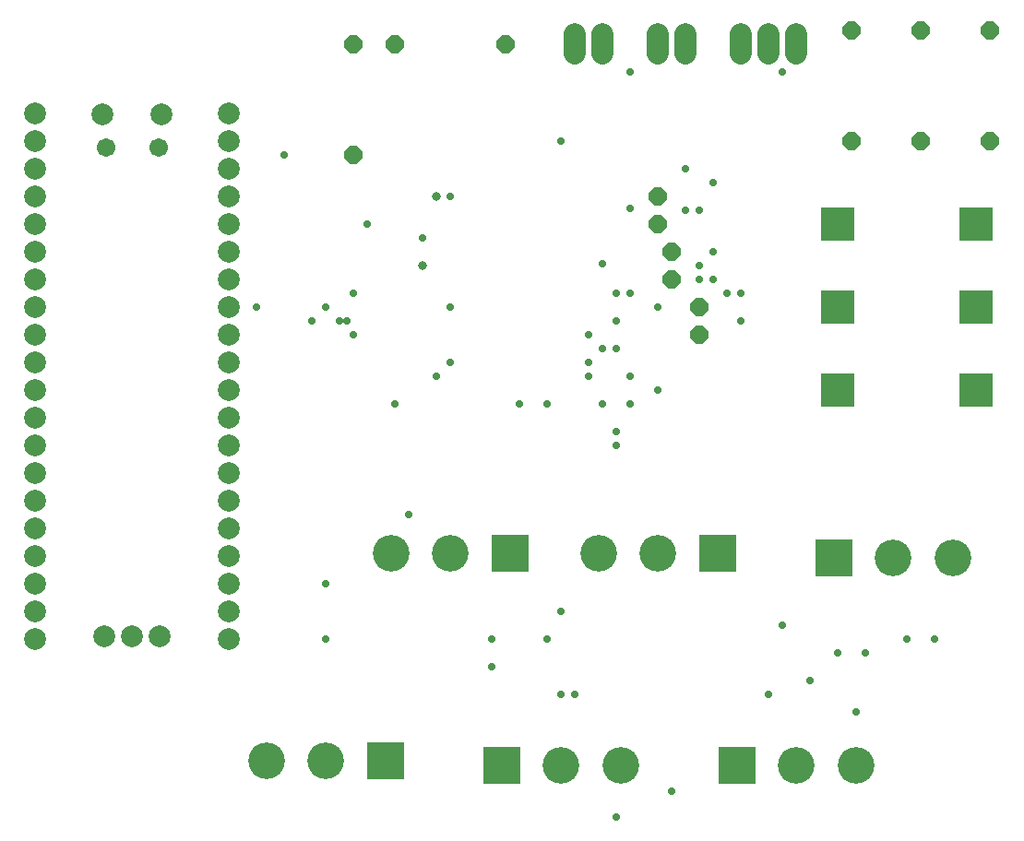
<source format=gbs>
G04 EAGLE Gerber RS-274X export*
G75*
%MOMM*%
%FSLAX34Y34*%
%LPD*%
%INSoldermask Bottom*%
%IPPOS*%
%AMOC8*
5,1,8,0,0,1.08239X$1,22.5*%
G01*
%ADD10P,1.803519X8X292.500000*%
%ADD11R,3.083200X3.083200*%
%ADD12C,2.032000*%
%ADD13R,3.353200X3.353200*%
%ADD14C,3.353200*%
%ADD15P,1.803519X8X202.500000*%
%ADD16C,2.003200*%
%ADD17C,1.703200*%
%ADD18C,0.705600*%
%ADD19C,0.805600*%


D10*
X609600Y596900D03*
X609600Y571500D03*
X622300Y546100D03*
X622300Y520700D03*
X647700Y495300D03*
X647700Y469900D03*
D11*
X774700Y571500D03*
X901700Y571500D03*
X774700Y419100D03*
X901700Y419100D03*
X774700Y495300D03*
X901700Y495300D03*
D12*
X533400Y727456D02*
X533400Y745744D01*
X558800Y745744D02*
X558800Y727456D01*
X609600Y727456D02*
X609600Y745744D01*
X635000Y745744D02*
X635000Y727456D01*
X685800Y727456D02*
X685800Y745744D01*
X711200Y745744D02*
X711200Y727456D01*
X736600Y727456D02*
X736600Y745744D01*
D13*
X771000Y264700D03*
D14*
X825500Y264700D03*
X880000Y264700D03*
D13*
X682100Y74200D03*
D14*
X736600Y74200D03*
X791100Y74200D03*
D13*
X466200Y74200D03*
D14*
X520700Y74200D03*
X575200Y74200D03*
D13*
X664100Y268700D03*
D14*
X609600Y268700D03*
X555100Y268700D03*
D13*
X473600Y268700D03*
D14*
X419100Y268700D03*
X364600Y268700D03*
D13*
X359300Y78200D03*
D14*
X304800Y78200D03*
X250300Y78200D03*
D15*
X469900Y736600D03*
X368300Y736600D03*
D10*
X330200Y736600D03*
X330200Y635000D03*
X914400Y749300D03*
X914400Y647700D03*
X850900Y749300D03*
X850900Y647700D03*
X787400Y749300D03*
X787400Y647700D03*
D16*
X38100Y673100D03*
X38100Y647700D03*
X38100Y520700D03*
X38100Y495300D03*
X38100Y622300D03*
X38100Y596900D03*
X38100Y546100D03*
X38100Y571500D03*
X38100Y469900D03*
X38100Y444500D03*
X38100Y419100D03*
X38100Y393700D03*
X38100Y368300D03*
X38100Y342900D03*
X38100Y317500D03*
X38100Y292100D03*
X38100Y266700D03*
X38100Y241300D03*
X38100Y215900D03*
X38100Y190500D03*
X215900Y190500D03*
X215900Y215900D03*
X215900Y241300D03*
X215900Y266700D03*
X215900Y292100D03*
X215900Y317500D03*
X215900Y342900D03*
X215900Y368300D03*
X215900Y393700D03*
X215900Y419100D03*
X215900Y444500D03*
X215900Y469900D03*
X215900Y495300D03*
X215900Y520700D03*
X215900Y546100D03*
X215900Y571500D03*
X215900Y596900D03*
X215900Y622300D03*
X215900Y647700D03*
X215900Y673100D03*
X99750Y671800D03*
X154250Y671800D03*
D17*
X102750Y641500D03*
X151250Y641500D03*
D16*
X101600Y192800D03*
X127000Y192800D03*
X152400Y192800D03*
D18*
X635000Y584200D03*
X635000Y622300D03*
X774700Y177800D03*
X800100Y177800D03*
X838200Y190500D03*
X863600Y190500D03*
X673100Y508000D03*
X304800Y241300D03*
X304800Y190500D03*
X482600Y406400D03*
X508000Y406400D03*
X749300Y152400D03*
X660400Y609600D03*
X457200Y165100D03*
X457200Y190500D03*
X571500Y508000D03*
X571500Y482600D03*
X791100Y123300D03*
X647700Y520700D03*
X660400Y546100D03*
X647700Y584200D03*
X571500Y26642D03*
X622300Y50800D03*
X584200Y406400D03*
X571500Y381000D03*
X520700Y215900D03*
X533400Y139700D03*
X723900Y711200D03*
X584200Y508000D03*
X609600Y495300D03*
X546100Y469900D03*
X584200Y585696D03*
X609600Y419100D03*
X546100Y431800D03*
X558896Y406304D03*
X723900Y203200D03*
X711200Y139700D03*
X558800Y534896D03*
X558800Y457200D03*
X508000Y190500D03*
X520700Y139700D03*
X584200Y431800D03*
X571500Y457200D03*
X647700Y533400D03*
X660400Y520700D03*
X342900Y571500D03*
X419100Y495300D03*
X292100Y482600D03*
X330200Y508000D03*
X546100Y444500D03*
X571500Y368300D03*
X419100Y444500D03*
X317500Y482600D03*
X304800Y495300D03*
X266700Y635000D03*
X381000Y304800D03*
D19*
X393700Y533400D03*
X406400Y596900D03*
D18*
X241300Y495300D03*
X368300Y406400D03*
X406400Y431800D03*
X324285Y482600D03*
X330200Y469900D03*
X419100Y596900D03*
X393700Y558800D03*
X584200Y711200D03*
X520700Y647700D03*
X685800Y508000D03*
X685800Y482600D03*
M02*

</source>
